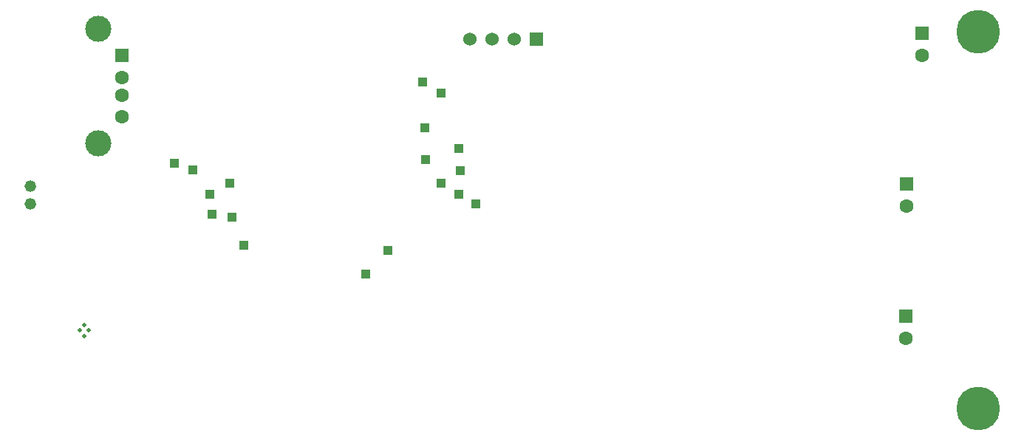
<source format=gbs>
G04 #@! TF.GenerationSoftware,KiCad,Pcbnew,(5.1.5)-3*
G04 #@! TF.CreationDate,2020-09-03T10:53:21+10:00*
G04 #@! TF.ProjectId,Boni_3.0_1,426f6e69-5f33-42e3-905f-312e6b696361,rev?*
G04 #@! TF.SameCoordinates,Original*
G04 #@! TF.FileFunction,Soldermask,Bot*
G04 #@! TF.FilePolarity,Negative*
%FSLAX46Y46*%
G04 Gerber Fmt 4.6, Leading zero omitted, Abs format (unit mm)*
G04 Created by KiCad (PCBNEW (5.1.5)-3) date 2020-09-03 10:53:21*
%MOMM*%
%LPD*%
G04 APERTURE LIST*
%ADD10C,5.000102*%
%ADD11C,1.600102*%
%ADD12R,1.500102X1.600102*%
%ADD13C,3.000102*%
%ADD14R,1.000102X1.000102*%
%ADD15C,0.500101*%
%ADD16R,1.600102X1.600102*%
%ADD17R,1.530102X1.530102*%
%ADD18C,1.530102*%
%ADD19C,1.320902*%
G04 APERTURE END LIST*
D10*
G04 #@! TO.C,Drill1*
X189420500Y-110045500D03*
G04 #@! TD*
G04 #@! TO.C,Drill1*
X189420500Y-66865500D03*
G04 #@! TD*
D11*
G04 #@! TO.C,J1*
X91313000Y-76596000D03*
X91313000Y-74096000D03*
X91313000Y-72096000D03*
D12*
X91313000Y-69596000D03*
D13*
X88603000Y-79666000D03*
X88603000Y-66526000D03*
G04 #@! TD*
D14*
G04 #@! TO.C,TP18*
X103886000Y-88138000D03*
G04 #@! TD*
G04 #@! TO.C,TP17*
X129921000Y-85471000D03*
G04 #@! TD*
G04 #@! TO.C,TP16*
X129921000Y-80264000D03*
G04 #@! TD*
G04 #@! TO.C,TP15*
X97282000Y-81915000D03*
G04 #@! TD*
G04 #@! TO.C,TP14*
X99441000Y-82677000D03*
G04 #@! TD*
G04 #@! TO.C,TP13*
X101346000Y-85471000D03*
G04 #@! TD*
G04 #@! TO.C,TP12*
X121793000Y-91948000D03*
G04 #@! TD*
G04 #@! TO.C,TP11*
X125730000Y-72644000D03*
G04 #@! TD*
G04 #@! TO.C,TP10*
X105283000Y-91313000D03*
G04 #@! TD*
G04 #@! TO.C,TP9*
X127889000Y-84201000D03*
G04 #@! TD*
G04 #@! TO.C,TP8*
X127889000Y-73914000D03*
G04 #@! TD*
G04 #@! TO.C,TP7*
X126111000Y-81534000D03*
G04 #@! TD*
G04 #@! TO.C,TP6*
X119253000Y-94615000D03*
G04 #@! TD*
G04 #@! TO.C,TP5*
X130048000Y-82804000D03*
G04 #@! TD*
G04 #@! TO.C,TP4*
X125984000Y-77851000D03*
G04 #@! TD*
G04 #@! TO.C,TP3*
X131826000Y-86614000D03*
G04 #@! TD*
G04 #@! TO.C,TP2*
X103632000Y-84201000D03*
G04 #@! TD*
G04 #@! TO.C,TP1*
X101600000Y-87757000D03*
G04 #@! TD*
D15*
G04 #@! TO.C,U2*
X87494999Y-101092000D03*
X86495001Y-101092000D03*
X86995000Y-100467000D03*
X86995000Y-101717000D03*
G04 #@! TD*
D11*
G04 #@! TO.C,J6*
X181102000Y-101981000D03*
D16*
X181102000Y-99441000D03*
G04 #@! TD*
D11*
G04 #@! TO.C,J5*
X181229000Y-86868000D03*
D16*
X181229000Y-84328000D03*
G04 #@! TD*
D11*
G04 #@! TO.C,J4*
X183007000Y-69596000D03*
D16*
X183007000Y-67056000D03*
G04 #@! TD*
D17*
G04 #@! TO.C,J3*
X138811000Y-67691000D03*
D18*
X136271000Y-67691000D03*
X133731000Y-67691000D03*
X131191000Y-67691000D03*
G04 #@! TD*
D19*
G04 #@! TO.C,J2*
X80772000Y-84581999D03*
X80772000Y-86582001D03*
G04 #@! TD*
M02*

</source>
